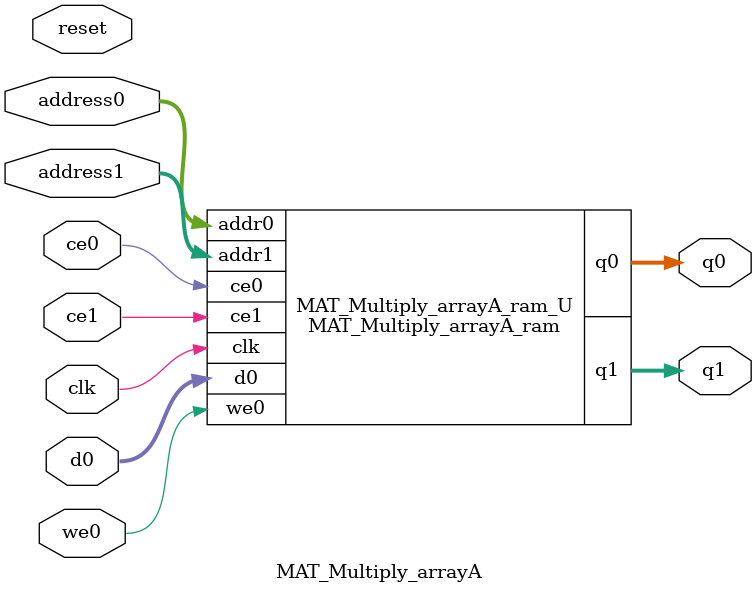
<source format=v>

`timescale 1 ns / 1 ps
module MAT_Multiply_arrayA_ram (addr0, ce0, d0, we0, q0, addr1, ce1, q1,  clk);

parameter DWIDTH = 32;
parameter AWIDTH = 14;
parameter MEM_SIZE = 10000;

input[AWIDTH-1:0] addr0;
input ce0;
input[DWIDTH-1:0] d0;
input we0;
output reg[DWIDTH-1:0] q0;
input[AWIDTH-1:0] addr1;
input ce1;
output reg[DWIDTH-1:0] q1;
input clk;

(* ram_style = "block" *)reg [DWIDTH-1:0] ram[MEM_SIZE-1:0];




always @(posedge clk)  
begin 
    if (ce0) 
    begin
        if (we0) 
        begin 
            ram[addr0] <= d0; 
            q0 <= d0;
        end 
        else 
            q0 <= ram[addr0];
    end
end


always @(posedge clk)  
begin 
    if (ce1) 
    begin
            q1 <= ram[addr1];
    end
end


endmodule


`timescale 1 ns / 1 ps
module MAT_Multiply_arrayA(
    reset,
    clk,
    address0,
    ce0,
    we0,
    d0,
    q0,
    address1,
    ce1,
    q1);

parameter DataWidth = 32'd32;
parameter AddressRange = 32'd10000;
parameter AddressWidth = 32'd14;
input reset;
input clk;
input[AddressWidth - 1:0] address0;
input ce0;
input we0;
input[DataWidth - 1:0] d0;
output[DataWidth - 1:0] q0;
input[AddressWidth - 1:0] address1;
input ce1;
output[DataWidth - 1:0] q1;



MAT_Multiply_arrayA_ram MAT_Multiply_arrayA_ram_U(
    .clk( clk ),
    .addr0( address0 ),
    .ce0( ce0 ),
    .d0( d0 ),
    .we0( we0 ),
    .q0( q0 ),
    .addr1( address1 ),
    .ce1( ce1 ),
    .q1( q1 ));

endmodule


</source>
